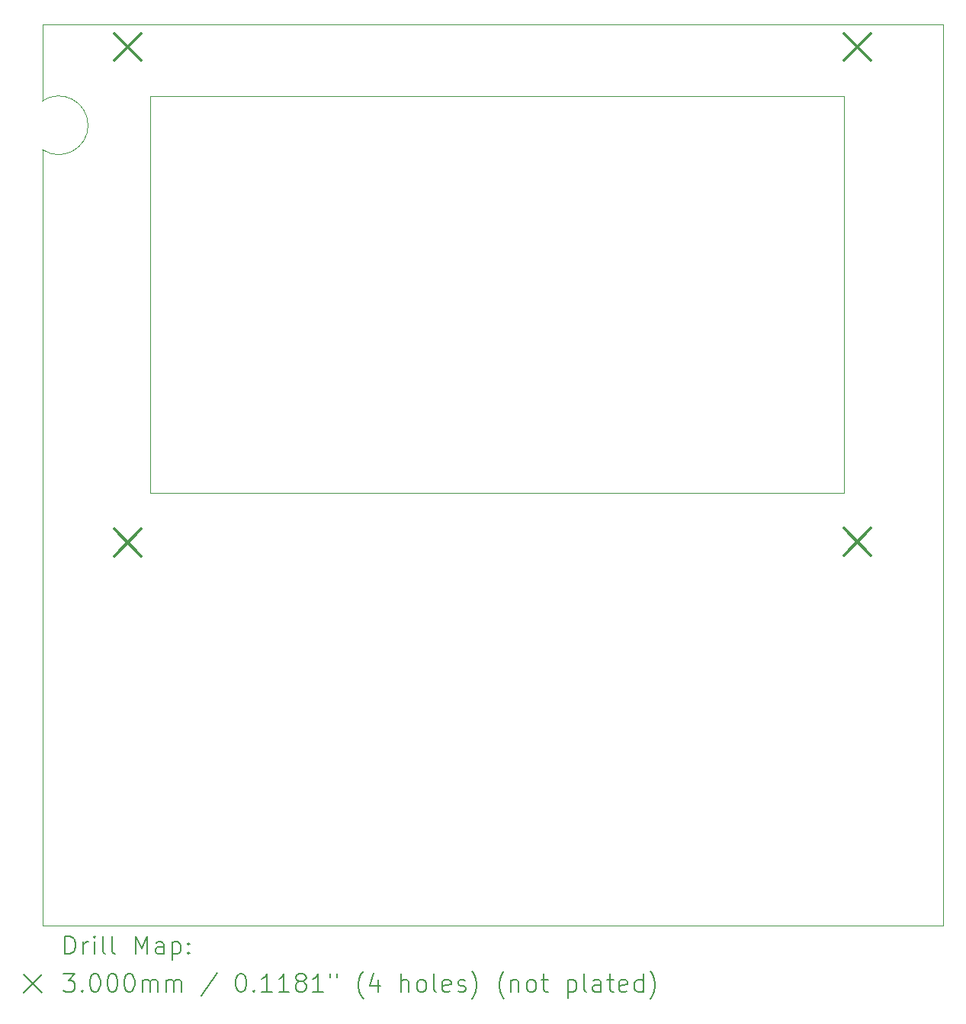
<source format=gbr>
%TF.GenerationSoftware,KiCad,Pcbnew,(6.0.8)*%
%TF.CreationDate,2023-03-03T00:49:53+05:30*%
%TF.ProjectId,STM32DryerPCB,53544d33-3244-4727-9965-725043422e6b,rev?*%
%TF.SameCoordinates,Original*%
%TF.FileFunction,Drillmap*%
%TF.FilePolarity,Positive*%
%FSLAX45Y45*%
G04 Gerber Fmt 4.5, Leading zero omitted, Abs format (unit mm)*
G04 Created by KiCad (PCBNEW (6.0.8)) date 2023-03-03 00:49:53*
%MOMM*%
%LPD*%
G01*
G04 APERTURE LIST*
%ADD10C,0.100000*%
%ADD11C,0.200000*%
%ADD12C,0.300000*%
G04 APERTURE END LIST*
D10*
X-19190000Y-3100000D02*
X-19190000Y-2250000D01*
X-19190000Y-3640000D02*
G75*
G03*
X-19190000Y-3100000I181739J270000D01*
G01*
X-9190000Y-12250000D02*
X-19190000Y-12250000D01*
X-19190000Y-12250000D02*
X-19190000Y-3640000D01*
X-9190000Y-2250000D02*
X-9190000Y-12250000D01*
X-19190000Y-2250000D02*
X-9190000Y-2250000D01*
X-17990000Y-3050000D02*
X-10290000Y-3050000D01*
X-10290000Y-3050000D02*
X-10290000Y-7450000D01*
X-10290000Y-7450000D02*
X-17990000Y-7450000D01*
X-17990000Y-7450000D02*
X-17990000Y-3050000D01*
D11*
D12*
X-18390000Y-2350000D02*
X-18090000Y-2650000D01*
X-18090000Y-2350000D02*
X-18390000Y-2650000D01*
X-18390000Y-7850000D02*
X-18090000Y-8150000D01*
X-18090000Y-7850000D02*
X-18390000Y-8150000D01*
X-10290000Y-2350000D02*
X-9990000Y-2650000D01*
X-9990000Y-2350000D02*
X-10290000Y-2650000D01*
X-10290000Y-7840000D02*
X-9990000Y-8140000D01*
X-9990000Y-7840000D02*
X-10290000Y-8140000D01*
D11*
X-18937381Y-12565476D02*
X-18937381Y-12365476D01*
X-18889762Y-12365476D01*
X-18861190Y-12375000D01*
X-18842143Y-12394048D01*
X-18832619Y-12413095D01*
X-18823095Y-12451190D01*
X-18823095Y-12479762D01*
X-18832619Y-12517857D01*
X-18842143Y-12536905D01*
X-18861190Y-12555952D01*
X-18889762Y-12565476D01*
X-18937381Y-12565476D01*
X-18737381Y-12565476D02*
X-18737381Y-12432143D01*
X-18737381Y-12470238D02*
X-18727857Y-12451190D01*
X-18718333Y-12441667D01*
X-18699286Y-12432143D01*
X-18680238Y-12432143D01*
X-18613571Y-12565476D02*
X-18613571Y-12432143D01*
X-18613571Y-12365476D02*
X-18623095Y-12375000D01*
X-18613571Y-12384524D01*
X-18604048Y-12375000D01*
X-18613571Y-12365476D01*
X-18613571Y-12384524D01*
X-18489762Y-12565476D02*
X-18508810Y-12555952D01*
X-18518333Y-12536905D01*
X-18518333Y-12365476D01*
X-18385000Y-12565476D02*
X-18404048Y-12555952D01*
X-18413571Y-12536905D01*
X-18413571Y-12365476D01*
X-18156429Y-12565476D02*
X-18156429Y-12365476D01*
X-18089762Y-12508333D01*
X-18023095Y-12365476D01*
X-18023095Y-12565476D01*
X-17842143Y-12565476D02*
X-17842143Y-12460714D01*
X-17851667Y-12441667D01*
X-17870714Y-12432143D01*
X-17908810Y-12432143D01*
X-17927857Y-12441667D01*
X-17842143Y-12555952D02*
X-17861190Y-12565476D01*
X-17908810Y-12565476D01*
X-17927857Y-12555952D01*
X-17937381Y-12536905D01*
X-17937381Y-12517857D01*
X-17927857Y-12498809D01*
X-17908810Y-12489286D01*
X-17861190Y-12489286D01*
X-17842143Y-12479762D01*
X-17746905Y-12432143D02*
X-17746905Y-12632143D01*
X-17746905Y-12441667D02*
X-17727857Y-12432143D01*
X-17689762Y-12432143D01*
X-17670714Y-12441667D01*
X-17661190Y-12451190D01*
X-17651667Y-12470238D01*
X-17651667Y-12527381D01*
X-17661190Y-12546428D01*
X-17670714Y-12555952D01*
X-17689762Y-12565476D01*
X-17727857Y-12565476D01*
X-17746905Y-12555952D01*
X-17565952Y-12546428D02*
X-17556429Y-12555952D01*
X-17565952Y-12565476D01*
X-17575476Y-12555952D01*
X-17565952Y-12546428D01*
X-17565952Y-12565476D01*
X-17565952Y-12441667D02*
X-17556429Y-12451190D01*
X-17565952Y-12460714D01*
X-17575476Y-12451190D01*
X-17565952Y-12441667D01*
X-17565952Y-12460714D01*
X-19395000Y-12795000D02*
X-19195000Y-12995000D01*
X-19195000Y-12795000D02*
X-19395000Y-12995000D01*
X-18956429Y-12785476D02*
X-18832619Y-12785476D01*
X-18899286Y-12861667D01*
X-18870714Y-12861667D01*
X-18851667Y-12871190D01*
X-18842143Y-12880714D01*
X-18832619Y-12899762D01*
X-18832619Y-12947381D01*
X-18842143Y-12966428D01*
X-18851667Y-12975952D01*
X-18870714Y-12985476D01*
X-18927857Y-12985476D01*
X-18946905Y-12975952D01*
X-18956429Y-12966428D01*
X-18746905Y-12966428D02*
X-18737381Y-12975952D01*
X-18746905Y-12985476D01*
X-18756429Y-12975952D01*
X-18746905Y-12966428D01*
X-18746905Y-12985476D01*
X-18613571Y-12785476D02*
X-18594524Y-12785476D01*
X-18575476Y-12795000D01*
X-18565952Y-12804524D01*
X-18556429Y-12823571D01*
X-18546905Y-12861667D01*
X-18546905Y-12909286D01*
X-18556429Y-12947381D01*
X-18565952Y-12966428D01*
X-18575476Y-12975952D01*
X-18594524Y-12985476D01*
X-18613571Y-12985476D01*
X-18632619Y-12975952D01*
X-18642143Y-12966428D01*
X-18651667Y-12947381D01*
X-18661190Y-12909286D01*
X-18661190Y-12861667D01*
X-18651667Y-12823571D01*
X-18642143Y-12804524D01*
X-18632619Y-12795000D01*
X-18613571Y-12785476D01*
X-18423095Y-12785476D02*
X-18404048Y-12785476D01*
X-18385000Y-12795000D01*
X-18375476Y-12804524D01*
X-18365952Y-12823571D01*
X-18356429Y-12861667D01*
X-18356429Y-12909286D01*
X-18365952Y-12947381D01*
X-18375476Y-12966428D01*
X-18385000Y-12975952D01*
X-18404048Y-12985476D01*
X-18423095Y-12985476D01*
X-18442143Y-12975952D01*
X-18451667Y-12966428D01*
X-18461190Y-12947381D01*
X-18470714Y-12909286D01*
X-18470714Y-12861667D01*
X-18461190Y-12823571D01*
X-18451667Y-12804524D01*
X-18442143Y-12795000D01*
X-18423095Y-12785476D01*
X-18232619Y-12785476D02*
X-18213571Y-12785476D01*
X-18194524Y-12795000D01*
X-18185000Y-12804524D01*
X-18175476Y-12823571D01*
X-18165952Y-12861667D01*
X-18165952Y-12909286D01*
X-18175476Y-12947381D01*
X-18185000Y-12966428D01*
X-18194524Y-12975952D01*
X-18213571Y-12985476D01*
X-18232619Y-12985476D01*
X-18251667Y-12975952D01*
X-18261190Y-12966428D01*
X-18270714Y-12947381D01*
X-18280238Y-12909286D01*
X-18280238Y-12861667D01*
X-18270714Y-12823571D01*
X-18261190Y-12804524D01*
X-18251667Y-12795000D01*
X-18232619Y-12785476D01*
X-18080238Y-12985476D02*
X-18080238Y-12852143D01*
X-18080238Y-12871190D02*
X-18070714Y-12861667D01*
X-18051667Y-12852143D01*
X-18023095Y-12852143D01*
X-18004048Y-12861667D01*
X-17994524Y-12880714D01*
X-17994524Y-12985476D01*
X-17994524Y-12880714D02*
X-17985000Y-12861667D01*
X-17965952Y-12852143D01*
X-17937381Y-12852143D01*
X-17918333Y-12861667D01*
X-17908810Y-12880714D01*
X-17908810Y-12985476D01*
X-17813571Y-12985476D02*
X-17813571Y-12852143D01*
X-17813571Y-12871190D02*
X-17804048Y-12861667D01*
X-17785000Y-12852143D01*
X-17756429Y-12852143D01*
X-17737381Y-12861667D01*
X-17727857Y-12880714D01*
X-17727857Y-12985476D01*
X-17727857Y-12880714D02*
X-17718333Y-12861667D01*
X-17699286Y-12852143D01*
X-17670714Y-12852143D01*
X-17651667Y-12861667D01*
X-17642143Y-12880714D01*
X-17642143Y-12985476D01*
X-17251667Y-12775952D02*
X-17423095Y-13033095D01*
X-16994524Y-12785476D02*
X-16975476Y-12785476D01*
X-16956429Y-12795000D01*
X-16946905Y-12804524D01*
X-16937381Y-12823571D01*
X-16927857Y-12861667D01*
X-16927857Y-12909286D01*
X-16937381Y-12947381D01*
X-16946905Y-12966428D01*
X-16956429Y-12975952D01*
X-16975476Y-12985476D01*
X-16994524Y-12985476D01*
X-17013571Y-12975952D01*
X-17023095Y-12966428D01*
X-17032619Y-12947381D01*
X-17042143Y-12909286D01*
X-17042143Y-12861667D01*
X-17032619Y-12823571D01*
X-17023095Y-12804524D01*
X-17013571Y-12795000D01*
X-16994524Y-12785476D01*
X-16842143Y-12966428D02*
X-16832619Y-12975952D01*
X-16842143Y-12985476D01*
X-16851667Y-12975952D01*
X-16842143Y-12966428D01*
X-16842143Y-12985476D01*
X-16642143Y-12985476D02*
X-16756428Y-12985476D01*
X-16699286Y-12985476D02*
X-16699286Y-12785476D01*
X-16718333Y-12814048D01*
X-16737381Y-12833095D01*
X-16756428Y-12842619D01*
X-16451667Y-12985476D02*
X-16565952Y-12985476D01*
X-16508809Y-12985476D02*
X-16508809Y-12785476D01*
X-16527857Y-12814048D01*
X-16546905Y-12833095D01*
X-16565952Y-12842619D01*
X-16337381Y-12871190D02*
X-16356428Y-12861667D01*
X-16365952Y-12852143D01*
X-16375476Y-12833095D01*
X-16375476Y-12823571D01*
X-16365952Y-12804524D01*
X-16356428Y-12795000D01*
X-16337381Y-12785476D01*
X-16299286Y-12785476D01*
X-16280238Y-12795000D01*
X-16270714Y-12804524D01*
X-16261190Y-12823571D01*
X-16261190Y-12833095D01*
X-16270714Y-12852143D01*
X-16280238Y-12861667D01*
X-16299286Y-12871190D01*
X-16337381Y-12871190D01*
X-16356428Y-12880714D01*
X-16365952Y-12890238D01*
X-16375476Y-12909286D01*
X-16375476Y-12947381D01*
X-16365952Y-12966428D01*
X-16356428Y-12975952D01*
X-16337381Y-12985476D01*
X-16299286Y-12985476D01*
X-16280238Y-12975952D01*
X-16270714Y-12966428D01*
X-16261190Y-12947381D01*
X-16261190Y-12909286D01*
X-16270714Y-12890238D01*
X-16280238Y-12880714D01*
X-16299286Y-12871190D01*
X-16070714Y-12985476D02*
X-16185000Y-12985476D01*
X-16127857Y-12985476D02*
X-16127857Y-12785476D01*
X-16146905Y-12814048D01*
X-16165952Y-12833095D01*
X-16185000Y-12842619D01*
X-15994524Y-12785476D02*
X-15994524Y-12823571D01*
X-15918333Y-12785476D02*
X-15918333Y-12823571D01*
X-15623095Y-13061667D02*
X-15632619Y-13052143D01*
X-15651667Y-13023571D01*
X-15661190Y-13004524D01*
X-15670714Y-12975952D01*
X-15680238Y-12928333D01*
X-15680238Y-12890238D01*
X-15670714Y-12842619D01*
X-15661190Y-12814048D01*
X-15651667Y-12795000D01*
X-15632619Y-12766428D01*
X-15623095Y-12756905D01*
X-15461190Y-12852143D02*
X-15461190Y-12985476D01*
X-15508809Y-12775952D02*
X-15556428Y-12918809D01*
X-15432619Y-12918809D01*
X-15204048Y-12985476D02*
X-15204048Y-12785476D01*
X-15118333Y-12985476D02*
X-15118333Y-12880714D01*
X-15127857Y-12861667D01*
X-15146905Y-12852143D01*
X-15175476Y-12852143D01*
X-15194524Y-12861667D01*
X-15204048Y-12871190D01*
X-14994524Y-12985476D02*
X-15013571Y-12975952D01*
X-15023095Y-12966428D01*
X-15032619Y-12947381D01*
X-15032619Y-12890238D01*
X-15023095Y-12871190D01*
X-15013571Y-12861667D01*
X-14994524Y-12852143D01*
X-14965952Y-12852143D01*
X-14946905Y-12861667D01*
X-14937381Y-12871190D01*
X-14927857Y-12890238D01*
X-14927857Y-12947381D01*
X-14937381Y-12966428D01*
X-14946905Y-12975952D01*
X-14965952Y-12985476D01*
X-14994524Y-12985476D01*
X-14813571Y-12985476D02*
X-14832619Y-12975952D01*
X-14842143Y-12956905D01*
X-14842143Y-12785476D01*
X-14661190Y-12975952D02*
X-14680238Y-12985476D01*
X-14718333Y-12985476D01*
X-14737381Y-12975952D01*
X-14746905Y-12956905D01*
X-14746905Y-12880714D01*
X-14737381Y-12861667D01*
X-14718333Y-12852143D01*
X-14680238Y-12852143D01*
X-14661190Y-12861667D01*
X-14651667Y-12880714D01*
X-14651667Y-12899762D01*
X-14746905Y-12918809D01*
X-14575476Y-12975952D02*
X-14556428Y-12985476D01*
X-14518333Y-12985476D01*
X-14499286Y-12975952D01*
X-14489762Y-12956905D01*
X-14489762Y-12947381D01*
X-14499286Y-12928333D01*
X-14518333Y-12918809D01*
X-14546905Y-12918809D01*
X-14565952Y-12909286D01*
X-14575476Y-12890238D01*
X-14575476Y-12880714D01*
X-14565952Y-12861667D01*
X-14546905Y-12852143D01*
X-14518333Y-12852143D01*
X-14499286Y-12861667D01*
X-14423095Y-13061667D02*
X-14413571Y-13052143D01*
X-14394524Y-13023571D01*
X-14385000Y-13004524D01*
X-14375476Y-12975952D01*
X-14365952Y-12928333D01*
X-14365952Y-12890238D01*
X-14375476Y-12842619D01*
X-14385000Y-12814048D01*
X-14394524Y-12795000D01*
X-14413571Y-12766428D01*
X-14423095Y-12756905D01*
X-14061190Y-13061667D02*
X-14070714Y-13052143D01*
X-14089762Y-13023571D01*
X-14099286Y-13004524D01*
X-14108809Y-12975952D01*
X-14118333Y-12928333D01*
X-14118333Y-12890238D01*
X-14108809Y-12842619D01*
X-14099286Y-12814048D01*
X-14089762Y-12795000D01*
X-14070714Y-12766428D01*
X-14061190Y-12756905D01*
X-13985000Y-12852143D02*
X-13985000Y-12985476D01*
X-13985000Y-12871190D02*
X-13975476Y-12861667D01*
X-13956428Y-12852143D01*
X-13927857Y-12852143D01*
X-13908809Y-12861667D01*
X-13899286Y-12880714D01*
X-13899286Y-12985476D01*
X-13775476Y-12985476D02*
X-13794524Y-12975952D01*
X-13804048Y-12966428D01*
X-13813571Y-12947381D01*
X-13813571Y-12890238D01*
X-13804048Y-12871190D01*
X-13794524Y-12861667D01*
X-13775476Y-12852143D01*
X-13746905Y-12852143D01*
X-13727857Y-12861667D01*
X-13718333Y-12871190D01*
X-13708809Y-12890238D01*
X-13708809Y-12947381D01*
X-13718333Y-12966428D01*
X-13727857Y-12975952D01*
X-13746905Y-12985476D01*
X-13775476Y-12985476D01*
X-13651667Y-12852143D02*
X-13575476Y-12852143D01*
X-13623095Y-12785476D02*
X-13623095Y-12956905D01*
X-13613571Y-12975952D01*
X-13594524Y-12985476D01*
X-13575476Y-12985476D01*
X-13356428Y-12852143D02*
X-13356428Y-13052143D01*
X-13356428Y-12861667D02*
X-13337381Y-12852143D01*
X-13299286Y-12852143D01*
X-13280238Y-12861667D01*
X-13270714Y-12871190D01*
X-13261190Y-12890238D01*
X-13261190Y-12947381D01*
X-13270714Y-12966428D01*
X-13280238Y-12975952D01*
X-13299286Y-12985476D01*
X-13337381Y-12985476D01*
X-13356428Y-12975952D01*
X-13146905Y-12985476D02*
X-13165952Y-12975952D01*
X-13175476Y-12956905D01*
X-13175476Y-12785476D01*
X-12985000Y-12985476D02*
X-12985000Y-12880714D01*
X-12994524Y-12861667D01*
X-13013571Y-12852143D01*
X-13051667Y-12852143D01*
X-13070714Y-12861667D01*
X-12985000Y-12975952D02*
X-13004048Y-12985476D01*
X-13051667Y-12985476D01*
X-13070714Y-12975952D01*
X-13080238Y-12956905D01*
X-13080238Y-12937857D01*
X-13070714Y-12918809D01*
X-13051667Y-12909286D01*
X-13004048Y-12909286D01*
X-12985000Y-12899762D01*
X-12918333Y-12852143D02*
X-12842143Y-12852143D01*
X-12889762Y-12785476D02*
X-12889762Y-12956905D01*
X-12880238Y-12975952D01*
X-12861190Y-12985476D01*
X-12842143Y-12985476D01*
X-12699286Y-12975952D02*
X-12718333Y-12985476D01*
X-12756428Y-12985476D01*
X-12775476Y-12975952D01*
X-12785000Y-12956905D01*
X-12785000Y-12880714D01*
X-12775476Y-12861667D01*
X-12756428Y-12852143D01*
X-12718333Y-12852143D01*
X-12699286Y-12861667D01*
X-12689762Y-12880714D01*
X-12689762Y-12899762D01*
X-12785000Y-12918809D01*
X-12518333Y-12985476D02*
X-12518333Y-12785476D01*
X-12518333Y-12975952D02*
X-12537381Y-12985476D01*
X-12575476Y-12985476D01*
X-12594524Y-12975952D01*
X-12604048Y-12966428D01*
X-12613571Y-12947381D01*
X-12613571Y-12890238D01*
X-12604048Y-12871190D01*
X-12594524Y-12861667D01*
X-12575476Y-12852143D01*
X-12537381Y-12852143D01*
X-12518333Y-12861667D01*
X-12442143Y-13061667D02*
X-12432619Y-13052143D01*
X-12413571Y-13023571D01*
X-12404048Y-13004524D01*
X-12394524Y-12975952D01*
X-12385000Y-12928333D01*
X-12385000Y-12890238D01*
X-12394524Y-12842619D01*
X-12404048Y-12814048D01*
X-12413571Y-12795000D01*
X-12432619Y-12766428D01*
X-12442143Y-12756905D01*
M02*

</source>
